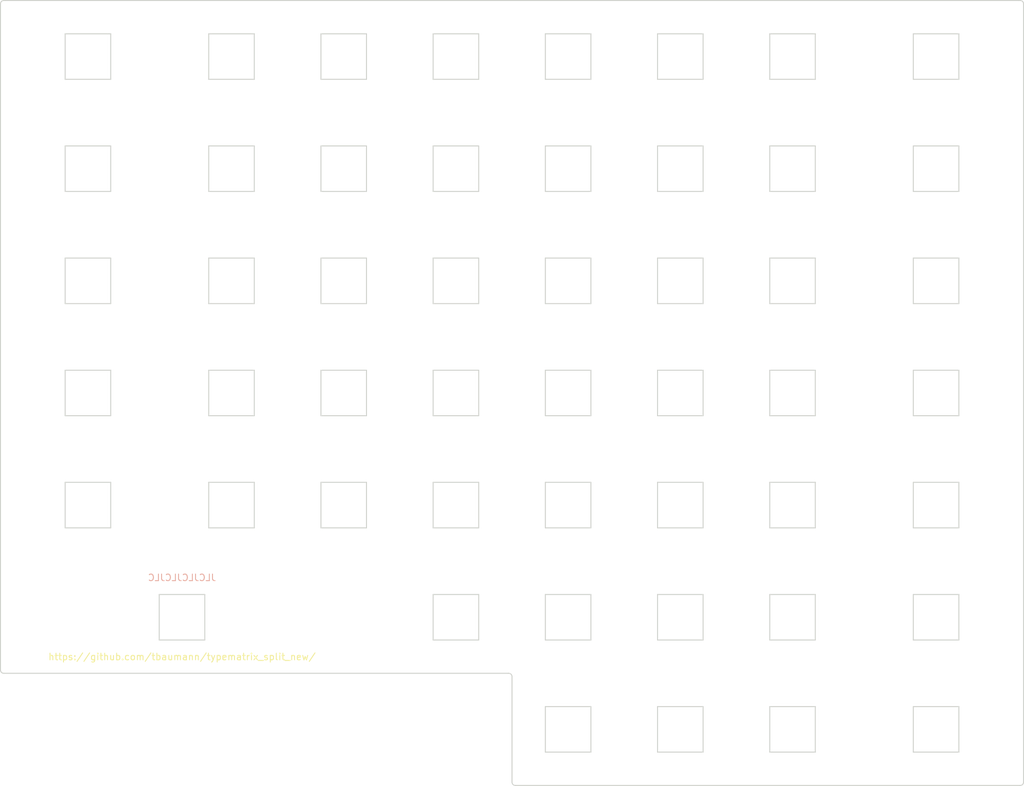
<source format=kicad_pcb>


(kicad_pcb
  (version 20240108)
  (generator "ergogen")
  (generator_version "4.1.0")
  (general
    (thickness 1.6)
    (legacy_teardrops no)
  )
  (paper "A3")
  (title_block
    (title "plate_right")
    (date "2024-10-01")
    (rev "v0.2")
    (company "Tilman Baumann")
  )

  (layers
    (0 "F.Cu" signal)
    (31 "B.Cu" signal)
    (32 "B.Adhes" user "B.Adhesive")
    (33 "F.Adhes" user "F.Adhesive")
    (34 "B.Paste" user)
    (35 "F.Paste" user)
    (36 "B.SilkS" user "B.Silkscreen")
    (37 "F.SilkS" user "F.Silkscreen")
    (38 "B.Mask" user)
    (39 "F.Mask" user)
    (40 "Dwgs.User" user "User.Drawings")
    (41 "Cmts.User" user "User.Comments")
    (42 "Eco1.User" user "User.Eco1")
    (43 "Eco2.User" user "User.Eco2")
    (44 "Edge.Cuts" user)
    (45 "Margin" user)
    (46 "B.CrtYd" user "B.Courtyard")
    (47 "F.CrtYd" user "F.Courtyard")
    (48 "B.Fab" user)
    (49 "F.Fab" user)
  )

  (setup
    (pad_to_mask_clearance 0.05)
    (allow_soldermask_bridges_in_footprints no)
    (pcbplotparams
      (layerselection 0x00010fc_ffffffff)
      (plot_on_all_layers_selection 0x0000000_00000000)
      (disableapertmacros no)
      (usegerberextensions no)
      (usegerberattributes yes)
      (usegerberadvancedattributes yes)
      (creategerberjobfile yes)
      (dashed_line_dash_ratio 12.000000)
      (dashed_line_gap_ratio 3.000000)
      (svgprecision 4)
      (plotframeref no)
      (viasonmask no)
      (mode 1)
      (useauxorigin no)
      (hpglpennumber 1)
      (hpglpenspeed 20)
      (hpglpendiameter 15.000000)
      (pdf_front_fp_property_popups yes)
      (pdf_back_fp_property_popups yes)
      (dxfpolygonmode yes)
      (dxfimperialunits yes)
      (dxfusepcbnewfont yes)
      (psnegative no)
      (psa4output no)
      (plotreference yes)
      (plotvalue yes)
      (plotfptext yes)
      (plotinvisibletext no)
      (sketchpadsonfab no)
      (subtractmaskfromsilk no)
      (outputformat 1)
      (mirror no)
      (drillshape 1)
      (scaleselection 1)
      (outputdirectory "")
    )
  )

  (net 0 "")

  
  (gr_text "JLCJLCJLCJLC"
    (at 260.75 111 0)
    (layer "B.SilkS" )
    (effects
      (font 
        (size 1 1)
        (thickness 0.15)
        
        
      )
      (justify  mirror)
    )
  )
      

  (gr_text "https://github.com/tbaumann/typematrix_split_new/"
    (at 260.75 123 0)
    (layer "F.SilkS" )
    (effects
      (font 
        (size 1 1)
        (thickness 0.15)
        
        
      )
      
    )
  )
      
  (gr_line (start 388.25 142) (end 388.25 24) (layer Edge.Cuts) (stroke (width 0.15) (type default)))
(gr_line (start 387.75 23.5) (end 233.75 23.5) (layer Edge.Cuts) (stroke (width 0.15) (type default)))
(gr_line (start 233.25 24) (end 233.25 125) (layer Edge.Cuts) (stroke (width 0.15) (type default)))
(gr_line (start 233.75 125.5) (end 310.25 125.5) (layer Edge.Cuts) (stroke (width 0.15) (type default)))
(gr_line (start 310.75 126) (end 310.75 142) (layer Edge.Cuts) (stroke (width 0.15) (type default)))
(gr_line (start 311.25 142.5) (end 387.75 142.5) (layer Edge.Cuts) (stroke (width 0.15) (type default)))
(gr_arc (start 388.25 24) (mid 388.1035534 23.6464466) (end 387.75 23.5) (layer Edge.Cuts) (stroke (width 0.15) (type default)))
(gr_arc (start 233.75 23.5) (mid 233.3964466 23.6464466) (end 233.25 24) (layer Edge.Cuts) (stroke (width 0.15) (type default)))
(gr_arc (start 233.25 125) (mid 233.3964466 125.3535534) (end 233.75 125.5) (layer Edge.Cuts) (stroke (width 0.15) (type default)))
(gr_arc (start 310.75 126) (mid 310.6035534 125.6464466) (end 310.25 125.5) (layer Edge.Cuts) (stroke (width 0.15) (type default)))
(gr_arc (start 310.75 142) (mid 310.8964466 142.3535534) (end 311.25 142.5) (layer Edge.Cuts) (stroke (width 0.15) (type default)))
(gr_arc (start 387.75 142.5) (mid 388.1035534 142.3535534) (end 388.25 142) (layer Edge.Cuts) (stroke (width 0.15) (type default)))
(gr_line (start 332.8 103.45) (end 339.7 103.45) (layer Edge.Cuts) (stroke (width 0.15) (type default)))
(gr_line (start 339.7 103.45) (end 339.7 96.55) (layer Edge.Cuts) (stroke (width 0.15) (type default)))
(gr_line (start 339.7 96.55) (end 332.8 96.55) (layer Edge.Cuts) (stroke (width 0.15) (type default)))
(gr_line (start 332.8 96.55) (end 332.8 103.45) (layer Edge.Cuts) (stroke (width 0.15) (type default)))
(gr_line (start 332.8 86.45) (end 339.7 86.45) (layer Edge.Cuts) (stroke (width 0.15) (type default)))
(gr_line (start 339.7 86.45) (end 339.7 79.55) (layer Edge.Cuts) (stroke (width 0.15) (type default)))
(gr_line (start 339.7 79.55) (end 332.8 79.55) (layer Edge.Cuts) (stroke (width 0.15) (type default)))
(gr_line (start 332.8 79.55) (end 332.8 86.45) (layer Edge.Cuts) (stroke (width 0.15) (type default)))
(gr_line (start 332.8 69.45) (end 339.7 69.45) (layer Edge.Cuts) (stroke (width 0.15) (type default)))
(gr_line (start 339.7 69.45) (end 339.7 62.550000000000004) (layer Edge.Cuts) (stroke (width 0.15) (type default)))
(gr_line (start 339.7 62.550000000000004) (end 332.8 62.550000000000004) (layer Edge.Cuts) (stroke (width 0.15) (type default)))
(gr_line (start 332.8 62.550000000000004) (end 332.8 69.45) (layer Edge.Cuts) (stroke (width 0.15) (type default)))
(gr_line (start 332.8 52.45) (end 339.7 52.45) (layer Edge.Cuts) (stroke (width 0.15) (type default)))
(gr_line (start 339.7 52.45) (end 339.7 45.550000000000004) (layer Edge.Cuts) (stroke (width 0.15) (type default)))
(gr_line (start 339.7 45.550000000000004) (end 332.8 45.550000000000004) (layer Edge.Cuts) (stroke (width 0.15) (type default)))
(gr_line (start 332.8 45.550000000000004) (end 332.8 52.45) (layer Edge.Cuts) (stroke (width 0.15) (type default)))
(gr_line (start 332.8 35.45) (end 339.7 35.45) (layer Edge.Cuts) (stroke (width 0.15) (type default)))
(gr_line (start 339.7 35.45) (end 339.7 28.550000000000004) (layer Edge.Cuts) (stroke (width 0.15) (type default)))
(gr_line (start 339.7 28.550000000000004) (end 332.8 28.550000000000004) (layer Edge.Cuts) (stroke (width 0.15) (type default)))
(gr_line (start 332.8 28.550000000000004) (end 332.8 35.45) (layer Edge.Cuts) (stroke (width 0.15) (type default)))
(gr_line (start 315.8 103.45) (end 322.7 103.45) (layer Edge.Cuts) (stroke (width 0.15) (type default)))
(gr_line (start 322.7 103.45) (end 322.7 96.55) (layer Edge.Cuts) (stroke (width 0.15) (type default)))
(gr_line (start 322.7 96.55) (end 315.8 96.55) (layer Edge.Cuts) (stroke (width 0.15) (type default)))
(gr_line (start 315.8 96.55) (end 315.8 103.45) (layer Edge.Cuts) (stroke (width 0.15) (type default)))
(gr_line (start 315.8 86.45) (end 322.7 86.45) (layer Edge.Cuts) (stroke (width 0.15) (type default)))
(gr_line (start 322.7 86.45) (end 322.7 79.55) (layer Edge.Cuts) (stroke (width 0.15) (type default)))
(gr_line (start 322.7 79.55) (end 315.8 79.55) (layer Edge.Cuts) (stroke (width 0.15) (type default)))
(gr_line (start 315.8 79.55) (end 315.8 86.45) (layer Edge.Cuts) (stroke (width 0.15) (type default)))
(gr_line (start 315.8 69.45) (end 322.7 69.45) (layer Edge.Cuts) (stroke (width 0.15) (type default)))
(gr_line (start 322.7 69.45) (end 322.7 62.550000000000004) (layer Edge.Cuts) (stroke (width 0.15) (type default)))
(gr_line (start 322.7 62.550000000000004) (end 315.8 62.550000000000004) (layer Edge.Cuts) (stroke (width 0.15) (type default)))
(gr_line (start 315.8 62.550000000000004) (end 315.8 69.45) (layer Edge.Cuts) (stroke (width 0.15) (type default)))
(gr_line (start 315.8 52.45) (end 322.7 52.45) (layer Edge.Cuts) (stroke (width 0.15) (type default)))
(gr_line (start 322.7 52.45) (end 322.7 45.550000000000004) (layer Edge.Cuts) (stroke (width 0.15) (type default)))
(gr_line (start 322.7 45.550000000000004) (end 315.8 45.550000000000004) (layer Edge.Cuts) (stroke (width 0.15) (type default)))
(gr_line (start 315.8 45.550000000000004) (end 315.8 52.45) (layer Edge.Cuts) (stroke (width 0.15) (type default)))
(gr_line (start 315.8 35.45) (end 322.7 35.45) (layer Edge.Cuts) (stroke (width 0.15) (type default)))
(gr_line (start 322.7 35.45) (end 322.7 28.550000000000004) (layer Edge.Cuts) (stroke (width 0.15) (type default)))
(gr_line (start 322.7 28.550000000000004) (end 315.8 28.550000000000004) (layer Edge.Cuts) (stroke (width 0.15) (type default)))
(gr_line (start 315.8 28.550000000000004) (end 315.8 35.45) (layer Edge.Cuts) (stroke (width 0.15) (type default)))
(gr_line (start 298.8 103.45) (end 305.7 103.45) (layer Edge.Cuts) (stroke (width 0.15) (type default)))
(gr_line (start 305.7 103.45) (end 305.7 96.55) (layer Edge.Cuts) (stroke (width 0.15) (type default)))
(gr_line (start 305.7 96.55) (end 298.8 96.55) (layer Edge.Cuts) (stroke (width 0.15) (type default)))
(gr_line (start 298.8 96.55) (end 298.8 103.45) (layer Edge.Cuts) (stroke (width 0.15) (type default)))
(gr_line (start 298.8 86.45) (end 305.7 86.45) (layer Edge.Cuts) (stroke (width 0.15) (type default)))
(gr_line (start 305.7 86.45) (end 305.7 79.55) (layer Edge.Cuts) (stroke (width 0.15) (type default)))
(gr_line (start 305.7 79.55) (end 298.8 79.55) (layer Edge.Cuts) (stroke (width 0.15) (type default)))
(gr_line (start 298.8 79.55) (end 298.8 86.45) (layer Edge.Cuts) (stroke (width 0.15) (type default)))
(gr_line (start 298.8 69.45) (end 305.7 69.45) (layer Edge.Cuts) (stroke (width 0.15) (type default)))
(gr_line (start 305.7 69.45) (end 305.7 62.550000000000004) (layer Edge.Cuts) (stroke (width 0.15) (type default)))
(gr_line (start 305.7 62.550000000000004) (end 298.8 62.550000000000004) (layer Edge.Cuts) (stroke (width 0.15) (type default)))
(gr_line (start 298.8 62.550000000000004) (end 298.8 69.45) (layer Edge.Cuts) (stroke (width 0.15) (type default)))
(gr_line (start 298.8 52.45) (end 305.7 52.45) (layer Edge.Cuts) (stroke (width 0.15) (type default)))
(gr_line (start 305.7 52.45) (end 305.7 45.550000000000004) (layer Edge.Cuts) (stroke (width 0.15) (type default)))
(gr_line (start 305.7 45.550000000000004) (end 298.8 45.550000000000004) (layer Edge.Cuts) (stroke (width 0.15) (type default)))
(gr_line (start 298.8 45.550000000000004) (end 298.8 52.45) (layer Edge.Cuts) (stroke (width 0.15) (type default)))
(gr_line (start 298.8 35.45) (end 305.7 35.45) (layer Edge.Cuts) (stroke (width 0.15) (type default)))
(gr_line (start 305.7 35.45) (end 305.7 28.550000000000004) (layer Edge.Cuts) (stroke (width 0.15) (type default)))
(gr_line (start 305.7 28.550000000000004) (end 298.8 28.550000000000004) (layer Edge.Cuts) (stroke (width 0.15) (type default)))
(gr_line (start 298.8 28.550000000000004) (end 298.8 35.45) (layer Edge.Cuts) (stroke (width 0.15) (type default)))
(gr_line (start 281.8 103.45) (end 288.7 103.45) (layer Edge.Cuts) (stroke (width 0.15) (type default)))
(gr_line (start 288.7 103.45) (end 288.7 96.55) (layer Edge.Cuts) (stroke (width 0.15) (type default)))
(gr_line (start 288.7 96.55) (end 281.8 96.55) (layer Edge.Cuts) (stroke (width 0.15) (type default)))
(gr_line (start 281.8 96.55) (end 281.8 103.45) (layer Edge.Cuts) (stroke (width 0.15) (type default)))
(gr_line (start 281.8 86.45) (end 288.7 86.45) (layer Edge.Cuts) (stroke (width 0.15) (type default)))
(gr_line (start 288.7 86.45) (end 288.7 79.55) (layer Edge.Cuts) (stroke (width 0.15) (type default)))
(gr_line (start 288.7 79.55) (end 281.8 79.55) (layer Edge.Cuts) (stroke (width 0.15) (type default)))
(gr_line (start 281.8 79.55) (end 281.8 86.45) (layer Edge.Cuts) (stroke (width 0.15) (type default)))
(gr_line (start 281.8 69.45) (end 288.7 69.45) (layer Edge.Cuts) (stroke (width 0.15) (type default)))
(gr_line (start 288.7 69.45) (end 288.7 62.550000000000004) (layer Edge.Cuts) (stroke (width 0.15) (type default)))
(gr_line (start 288.7 62.550000000000004) (end 281.8 62.550000000000004) (layer Edge.Cuts) (stroke (width 0.15) (type default)))
(gr_line (start 281.8 62.550000000000004) (end 281.8 69.45) (layer Edge.Cuts) (stroke (width 0.15) (type default)))
(gr_line (start 281.8 52.45) (end 288.7 52.45) (layer Edge.Cuts) (stroke (width 0.15) (type default)))
(gr_line (start 288.7 52.45) (end 288.7 45.550000000000004) (layer Edge.Cuts) (stroke (width 0.15) (type default)))
(gr_line (start 288.7 45.550000000000004) (end 281.8 45.550000000000004) (layer Edge.Cuts) (stroke (width 0.15) (type default)))
(gr_line (start 281.8 45.550000000000004) (end 281.8 52.45) (layer Edge.Cuts) (stroke (width 0.15) (type default)))
(gr_line (start 281.8 35.45) (end 288.7 35.45) (layer Edge.Cuts) (stroke (width 0.15) (type default)))
(gr_line (start 288.7 35.45) (end 288.7 28.550000000000004) (layer Edge.Cuts) (stroke (width 0.15) (type default)))
(gr_line (start 288.7 28.550000000000004) (end 281.8 28.550000000000004) (layer Edge.Cuts) (stroke (width 0.15) (type default)))
(gr_line (start 281.8 28.550000000000004) (end 281.8 35.45) (layer Edge.Cuts) (stroke (width 0.15) (type default)))
(gr_line (start 264.8 103.45) (end 271.7 103.45) (layer Edge.Cuts) (stroke (width 0.15) (type default)))
(gr_line (start 271.7 103.45) (end 271.7 96.55) (layer Edge.Cuts) (stroke (width 0.15) (type default)))
(gr_line (start 271.7 96.55) (end 264.8 96.55) (layer Edge.Cuts) (stroke (width 0.15) (type default)))
(gr_line (start 264.8 96.55) (end 264.8 103.45) (layer Edge.Cuts) (stroke (width 0.15) (type default)))
(gr_line (start 264.8 86.45) (end 271.7 86.45) (layer Edge.Cuts) (stroke (width 0.15) (type default)))
(gr_line (start 271.7 86.45) (end 271.7 79.55) (layer Edge.Cuts) (stroke (width 0.15) (type default)))
(gr_line (start 271.7 79.55) (end 264.8 79.55) (layer Edge.Cuts) (stroke (width 0.15) (type default)))
(gr_line (start 264.8 79.55) (end 264.8 86.45) (layer Edge.Cuts) (stroke (width 0.15) (type default)))
(gr_line (start 264.8 69.45) (end 271.7 69.45) (layer Edge.Cuts) (stroke (width 0.15) (type default)))
(gr_line (start 271.7 69.45) (end 271.7 62.550000000000004) (layer Edge.Cuts) (stroke (width 0.15) (type default)))
(gr_line (start 271.7 62.550000000000004) (end 264.8 62.550000000000004) (layer Edge.Cuts) (stroke (width 0.15) (type default)))
(gr_line (start 264.8 62.550000000000004) (end 264.8 69.45) (layer Edge.Cuts) (stroke (width 0.15) (type default)))
(gr_line (start 264.8 52.45) (end 271.7 52.45) (layer Edge.Cuts) (stroke (width 0.15) (type default)))
(gr_line (start 271.7 52.45) (end 271.7 45.550000000000004) (layer Edge.Cuts) (stroke (width 0.15) (type default)))
(gr_line (start 271.7 45.550000000000004) (end 264.8 45.550000000000004) (layer Edge.Cuts) (stroke (width 0.15) (type default)))
(gr_line (start 264.8 45.550000000000004) (end 264.8 52.45) (layer Edge.Cuts) (stroke (width 0.15) (type default)))
(gr_line (start 264.8 35.45) (end 271.7 35.45) (layer Edge.Cuts) (stroke (width 0.15) (type default)))
(gr_line (start 271.7 35.45) (end 271.7 28.550000000000004) (layer Edge.Cuts) (stroke (width 0.15) (type default)))
(gr_line (start 271.7 28.550000000000004) (end 264.8 28.550000000000004) (layer Edge.Cuts) (stroke (width 0.15) (type default)))
(gr_line (start 264.8 28.550000000000004) (end 264.8 35.45) (layer Edge.Cuts) (stroke (width 0.15) (type default)))
(gr_line (start 243.05 103.45) (end 249.95000000000002 103.45) (layer Edge.Cuts) (stroke (width 0.15) (type default)))
(gr_line (start 249.95000000000002 103.45) (end 249.95000000000002 96.55) (layer Edge.Cuts) (stroke (width 0.15) (type default)))
(gr_line (start 249.95000000000002 96.55) (end 243.05 96.55) (layer Edge.Cuts) (stroke (width 0.15) (type default)))
(gr_line (start 243.05 96.55) (end 243.05 103.45) (layer Edge.Cuts) (stroke (width 0.15) (type default)))
(gr_line (start 243.05 86.45) (end 249.95000000000002 86.45) (layer Edge.Cuts) (stroke (width 0.15) (type default)))
(gr_line (start 249.95000000000002 86.45) (end 249.95000000000002 79.55) (layer Edge.Cuts) (stroke (width 0.15) (type default)))
(gr_line (start 249.95000000000002 79.55) (end 243.05 79.55) (layer Edge.Cuts) (stroke (width 0.15) (type default)))
(gr_line (start 243.05 79.55) (end 243.05 86.45) (layer Edge.Cuts) (stroke (width 0.15) (type default)))
(gr_line (start 243.05 69.45) (end 249.95000000000002 69.45) (layer Edge.Cuts) (stroke (width 0.15) (type default)))
(gr_line (start 249.95000000000002 69.45) (end 249.95000000000002 62.550000000000004) (layer Edge.Cuts) (stroke (width 0.15) (type default)))
(gr_line (start 249.95000000000002 62.550000000000004) (end 243.05 62.550000000000004) (layer Edge.Cuts) (stroke (width 0.15) (type default)))
(gr_line (start 243.05 62.550000000000004) (end 243.05 69.45) (layer Edge.Cuts) (stroke (width 0.15) (type default)))
(gr_line (start 243.05 52.45) (end 249.95000000000002 52.45) (layer Edge.Cuts) (stroke (width 0.15) (type default)))
(gr_line (start 249.95000000000002 52.45) (end 249.95000000000002 45.550000000000004) (layer Edge.Cuts) (stroke (width 0.15) (type default)))
(gr_line (start 249.95000000000002 45.550000000000004) (end 243.05 45.550000000000004) (layer Edge.Cuts) (stroke (width 0.15) (type default)))
(gr_line (start 243.05 45.550000000000004) (end 243.05 52.45) (layer Edge.Cuts) (stroke (width 0.15) (type default)))
(gr_line (start 243.05 35.45) (end 249.95000000000002 35.45) (layer Edge.Cuts) (stroke (width 0.15) (type default)))
(gr_line (start 249.95000000000002 35.45) (end 249.95000000000002 28.550000000000004) (layer Edge.Cuts) (stroke (width 0.15) (type default)))
(gr_line (start 249.95000000000002 28.550000000000004) (end 243.05 28.550000000000004) (layer Edge.Cuts) (stroke (width 0.15) (type default)))
(gr_line (start 243.05 28.550000000000004) (end 243.05 35.45) (layer Edge.Cuts) (stroke (width 0.15) (type default)))
(gr_line (start 349.8 137.45) (end 356.7 137.45) (layer Edge.Cuts) (stroke (width 0.15) (type default)))
(gr_line (start 356.7 137.45) (end 356.7 130.54999999999998) (layer Edge.Cuts) (stroke (width 0.15) (type default)))
(gr_line (start 356.7 130.54999999999998) (end 349.8 130.54999999999998) (layer Edge.Cuts) (stroke (width 0.15) (type default)))
(gr_line (start 349.8 130.54999999999998) (end 349.8 137.45) (layer Edge.Cuts) (stroke (width 0.15) (type default)))
(gr_line (start 349.8 120.45) (end 356.7 120.45) (layer Edge.Cuts) (stroke (width 0.15) (type default)))
(gr_line (start 356.7 120.45) (end 356.7 113.55) (layer Edge.Cuts) (stroke (width 0.15) (type default)))
(gr_line (start 356.7 113.55) (end 349.8 113.55) (layer Edge.Cuts) (stroke (width 0.15) (type default)))
(gr_line (start 349.8 113.55) (end 349.8 120.45) (layer Edge.Cuts) (stroke (width 0.15) (type default)))
(gr_line (start 332.8 137.45) (end 339.7 137.45) (layer Edge.Cuts) (stroke (width 0.15) (type default)))
(gr_line (start 339.7 137.45) (end 339.7 130.54999999999998) (layer Edge.Cuts) (stroke (width 0.15) (type default)))
(gr_line (start 339.7 130.54999999999998) (end 332.8 130.54999999999998) (layer Edge.Cuts) (stroke (width 0.15) (type default)))
(gr_line (start 332.8 130.54999999999998) (end 332.8 137.45) (layer Edge.Cuts) (stroke (width 0.15) (type default)))
(gr_line (start 332.8 120.45) (end 339.7 120.45) (layer Edge.Cuts) (stroke (width 0.15) (type default)))
(gr_line (start 339.7 120.45) (end 339.7 113.55) (layer Edge.Cuts) (stroke (width 0.15) (type default)))
(gr_line (start 339.7 113.55) (end 332.8 113.55) (layer Edge.Cuts) (stroke (width 0.15) (type default)))
(gr_line (start 332.8 113.55) (end 332.8 120.45) (layer Edge.Cuts) (stroke (width 0.15) (type default)))
(gr_line (start 315.8 137.45) (end 322.7 137.45) (layer Edge.Cuts) (stroke (width 0.15) (type default)))
(gr_line (start 322.7 137.45) (end 322.7 130.54999999999998) (layer Edge.Cuts) (stroke (width 0.15) (type default)))
(gr_line (start 322.7 130.54999999999998) (end 315.8 130.54999999999998) (layer Edge.Cuts) (stroke (width 0.15) (type default)))
(gr_line (start 315.8 130.54999999999998) (end 315.8 137.45) (layer Edge.Cuts) (stroke (width 0.15) (type default)))
(gr_line (start 315.8 120.45) (end 322.7 120.45) (layer Edge.Cuts) (stroke (width 0.15) (type default)))
(gr_line (start 322.7 120.45) (end 322.7 113.55) (layer Edge.Cuts) (stroke (width 0.15) (type default)))
(gr_line (start 322.7 113.55) (end 315.8 113.55) (layer Edge.Cuts) (stroke (width 0.15) (type default)))
(gr_line (start 315.8 113.55) (end 315.8 120.45) (layer Edge.Cuts) (stroke (width 0.15) (type default)))
(gr_line (start 298.8 120.45) (end 305.7 120.45) (layer Edge.Cuts) (stroke (width 0.15) (type default)))
(gr_line (start 305.7 120.45) (end 305.7 113.55) (layer Edge.Cuts) (stroke (width 0.15) (type default)))
(gr_line (start 305.7 113.55) (end 298.8 113.55) (layer Edge.Cuts) (stroke (width 0.15) (type default)))
(gr_line (start 298.8 113.55) (end 298.8 120.45) (layer Edge.Cuts) (stroke (width 0.15) (type default)))
(gr_line (start 349.8 103.45) (end 356.7 103.45) (layer Edge.Cuts) (stroke (width 0.15) (type default)))
(gr_line (start 356.7 103.45) (end 356.7 96.55) (layer Edge.Cuts) (stroke (width 0.15) (type default)))
(gr_line (start 356.7 96.55) (end 349.8 96.55) (layer Edge.Cuts) (stroke (width 0.15) (type default)))
(gr_line (start 349.8 96.55) (end 349.8 103.45) (layer Edge.Cuts) (stroke (width 0.15) (type default)))
(gr_line (start 349.8 86.45) (end 356.7 86.45) (layer Edge.Cuts) (stroke (width 0.15) (type default)))
(gr_line (start 356.7 86.45) (end 356.7 79.55) (layer Edge.Cuts) (stroke (width 0.15) (type default)))
(gr_line (start 356.7 79.55) (end 349.8 79.55) (layer Edge.Cuts) (stroke (width 0.15) (type default)))
(gr_line (start 349.8 79.55) (end 349.8 86.45) (layer Edge.Cuts) (stroke (width 0.15) (type default)))
(gr_line (start 349.8 69.45) (end 356.7 69.45) (layer Edge.Cuts) (stroke (width 0.15) (type default)))
(gr_line (start 356.7 69.45) (end 356.7 62.550000000000004) (layer Edge.Cuts) (stroke (width 0.15) (type default)))
(gr_line (start 356.7 62.550000000000004) (end 349.8 62.550000000000004) (layer Edge.Cuts) (stroke (width 0.15) (type default)))
(gr_line (start 349.8 62.550000000000004) (end 349.8 69.45) (layer Edge.Cuts) (stroke (width 0.15) (type default)))
(gr_line (start 349.8 52.45) (end 356.7 52.45) (layer Edge.Cuts) (stroke (width 0.15) (type default)))
(gr_line (start 356.7 52.45) (end 356.7 45.550000000000004) (layer Edge.Cuts) (stroke (width 0.15) (type default)))
(gr_line (start 356.7 45.550000000000004) (end 349.8 45.550000000000004) (layer Edge.Cuts) (stroke (width 0.15) (type default)))
(gr_line (start 349.8 45.550000000000004) (end 349.8 52.45) (layer Edge.Cuts) (stroke (width 0.15) (type default)))
(gr_line (start 349.8 35.45) (end 356.7 35.45) (layer Edge.Cuts) (stroke (width 0.15) (type default)))
(gr_line (start 356.7 35.45) (end 356.7 28.550000000000004) (layer Edge.Cuts) (stroke (width 0.15) (type default)))
(gr_line (start 356.7 28.550000000000004) (end 349.8 28.550000000000004) (layer Edge.Cuts) (stroke (width 0.15) (type default)))
(gr_line (start 349.8 28.550000000000004) (end 349.8 35.45) (layer Edge.Cuts) (stroke (width 0.15) (type default)))
(gr_line (start 371.55 137.45) (end 378.45 137.45) (layer Edge.Cuts) (stroke (width 0.15) (type default)))
(gr_line (start 378.45 137.45) (end 378.45 130.54999999999998) (layer Edge.Cuts) (stroke (width 0.15) (type default)))
(gr_line (start 378.45 130.54999999999998) (end 371.55 130.54999999999998) (layer Edge.Cuts) (stroke (width 0.15) (type default)))
(gr_line (start 371.55 130.54999999999998) (end 371.55 137.45) (layer Edge.Cuts) (stroke (width 0.15) (type default)))
(gr_line (start 371.55 120.45) (end 378.45 120.45) (layer Edge.Cuts) (stroke (width 0.15) (type default)))
(gr_line (start 378.45 120.45) (end 378.45 113.55) (layer Edge.Cuts) (stroke (width 0.15) (type default)))
(gr_line (start 378.45 113.55) (end 371.55 113.55) (layer Edge.Cuts) (stroke (width 0.15) (type default)))
(gr_line (start 371.55 113.55) (end 371.55 120.45) (layer Edge.Cuts) (stroke (width 0.15) (type default)))
(gr_line (start 371.55 103.45) (end 378.45 103.45) (layer Edge.Cuts) (stroke (width 0.15) (type default)))
(gr_line (start 378.45 103.45) (end 378.45 96.55) (layer Edge.Cuts) (stroke (width 0.15) (type default)))
(gr_line (start 378.45 96.55) (end 371.55 96.55) (layer Edge.Cuts) (stroke (width 0.15) (type default)))
(gr_line (start 371.55 96.55) (end 371.55 103.45) (layer Edge.Cuts) (stroke (width 0.15) (type default)))
(gr_line (start 371.55 86.45) (end 378.45 86.45) (layer Edge.Cuts) (stroke (width 0.15) (type default)))
(gr_line (start 378.45 86.45) (end 378.45 79.55) (layer Edge.Cuts) (stroke (width 0.15) (type default)))
(gr_line (start 378.45 79.55) (end 371.55 79.55) (layer Edge.Cuts) (stroke (width 0.15) (type default)))
(gr_line (start 371.55 79.55) (end 371.55 86.45) (layer Edge.Cuts) (stroke (width 0.15) (type default)))
(gr_line (start 371.55 69.45) (end 378.45 69.45) (layer Edge.Cuts) (stroke (width 0.15) (type default)))
(gr_line (start 378.45 69.45) (end 378.45 62.550000000000004) (layer Edge.Cuts) (stroke (width 0.15) (type default)))
(gr_line (start 378.45 62.550000000000004) (end 371.55 62.550000000000004) (layer Edge.Cuts) (stroke (width 0.15) (type default)))
(gr_line (start 371.55 62.550000000000004) (end 371.55 69.45) (layer Edge.Cuts) (stroke (width 0.15) (type default)))
(gr_line (start 371.55 52.45) (end 378.45 52.45) (layer Edge.Cuts) (stroke (width 0.15) (type default)))
(gr_line (start 378.45 52.45) (end 378.45 45.550000000000004) (layer Edge.Cuts) (stroke (width 0.15) (type default)))
(gr_line (start 378.45 45.550000000000004) (end 371.55 45.550000000000004) (layer Edge.Cuts) (stroke (width 0.15) (type default)))
(gr_line (start 371.55 45.550000000000004) (end 371.55 52.45) (layer Edge.Cuts) (stroke (width 0.15) (type default)))
(gr_line (start 371.55 35.45) (end 378.45 35.45) (layer Edge.Cuts) (stroke (width 0.15) (type default)))
(gr_line (start 378.45 35.45) (end 378.45 28.550000000000004) (layer Edge.Cuts) (stroke (width 0.15) (type default)))
(gr_line (start 378.45 28.550000000000004) (end 371.55 28.550000000000004) (layer Edge.Cuts) (stroke (width 0.15) (type default)))
(gr_line (start 371.55 28.550000000000004) (end 371.55 35.45) (layer Edge.Cuts) (stroke (width 0.15) (type default)))
(gr_line (start 257.3 120.45) (end 264.2 120.45) (layer Edge.Cuts) (stroke (width 0.15) (type default)))
(gr_line (start 264.2 120.45) (end 264.2 113.55) (layer Edge.Cuts) (stroke (width 0.15) (type default)))
(gr_line (start 264.2 113.55) (end 257.3 113.55) (layer Edge.Cuts) (stroke (width 0.15) (type default)))
(gr_line (start 257.3 113.55) (end 257.3 120.45) (layer Edge.Cuts) (stroke (width 0.15) (type default)))

)


</source>
